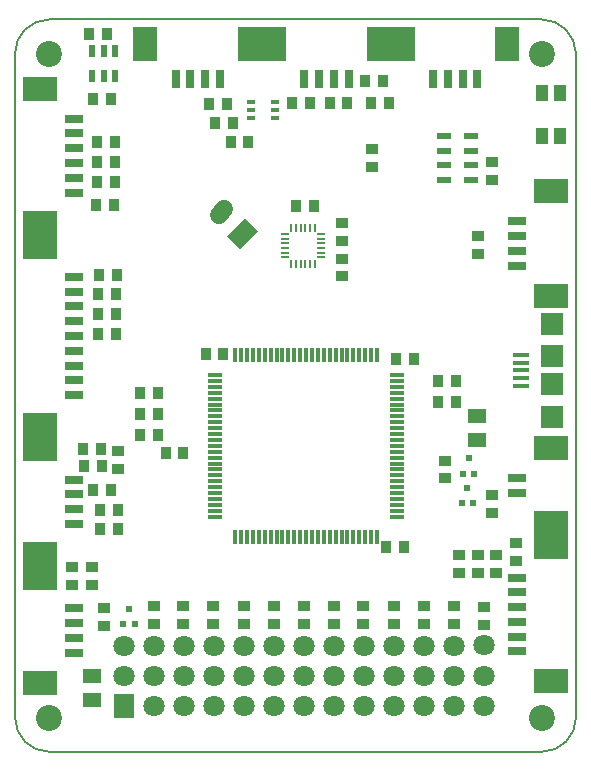
<source format=gbr>
G04 (created by PCBNEW (2013-may-18)-stable) date St 19. únor 2014, 18:08:51 CET*
%MOIN*%
G04 Gerber Fmt 3.4, Leading zero omitted, Abs format*
%FSLAX34Y34*%
G01*
G70*
G90*
G04 APERTURE LIST*
%ADD10C,0.00590551*%
%ADD11C,0.06*%
%ADD12C,0.0708661*%
%ADD13R,0.0708661X0.0787*%
%ADD14C,0.0866142*%
%ADD15R,0.0512X0.0118*%
%ADD16R,0.0118X0.0512*%
%ADD17R,0.0236X0.0394*%
%ADD18R,0.019685X0.023622*%
%ADD19R,0.0354X0.0394*%
%ADD20R,0.0394X0.0354*%
%ADD21R,0.0629921X0.0314961*%
%ADD22R,0.11811X0.0826772*%
%ADD23R,0.0826772X0.11811*%
%ADD24R,0.0314961X0.0629921*%
%ADD25R,0.0472X0.0236*%
%ADD26R,0.0747X0.0747*%
%ADD27R,0.0531X0.0157*%
%ADD28R,0.053X0.0157*%
%ADD29R,0.059X0.0472*%
%ADD30R,0.059X0.0473*%
%ADD31R,0.026X0.016*%
%ADD32O,0.00787402X0.0295276*%
%ADD33O,0.0295276X0.00787402*%
%ADD34R,0.0413386X0.0551181*%
G04 APERTURE END LIST*
G54D10*
X-196Y944D02*
G75*
G03X944Y-196I1141J0D01*
G74*
G01*
X944Y24212D02*
X17362Y24212D01*
X-196Y944D02*
X-196Y23070D01*
X17362Y-196D02*
X944Y-196D01*
X18503Y23070D02*
X18503Y944D01*
X17362Y-196D02*
G75*
G03X18503Y944I0J1141D01*
G74*
G01*
X944Y24212D02*
G75*
G03X-196Y23070I0J-1141D01*
G74*
G01*
X18503Y23070D02*
G75*
G03X17362Y24212I-1141J0D01*
G74*
G01*
G36*
X7911Y17177D02*
X7298Y16565D01*
X6874Y16989D01*
X7486Y17601D01*
X7911Y17177D01*
X7911Y17177D01*
G37*
G54D11*
X6591Y17696D02*
X6779Y17884D01*
G54D12*
X15433Y3346D03*
X15433Y2342D03*
X15433Y1338D03*
G54D13*
X3425Y1340D03*
G54D12*
X3425Y2340D03*
X4425Y1340D03*
X4425Y2340D03*
X5425Y1340D03*
X5425Y2340D03*
X6425Y1340D03*
X6425Y2340D03*
X7425Y1340D03*
X7425Y2340D03*
X8425Y1340D03*
X8425Y2340D03*
X9425Y1340D03*
X9425Y2340D03*
X10425Y1340D03*
X10425Y2340D03*
X11425Y1340D03*
X11425Y2340D03*
X12425Y1340D03*
X12425Y2340D03*
X3425Y3340D03*
X4425Y3340D03*
X5425Y3340D03*
X6425Y3340D03*
X7425Y3340D03*
X8425Y3340D03*
X9425Y3340D03*
X10425Y3340D03*
X11425Y3340D03*
X12425Y3340D03*
X13425Y1340D03*
X13425Y2340D03*
X13425Y3340D03*
X14425Y1340D03*
X14429Y2342D03*
X14425Y3340D03*
G54D14*
X944Y23070D03*
X944Y944D03*
X17362Y944D03*
X17362Y23070D03*
G54D15*
X6485Y11772D03*
X6485Y11575D03*
X6485Y11378D03*
X6485Y11181D03*
X6485Y10984D03*
X6485Y12362D03*
X6485Y12165D03*
X6485Y11969D03*
X6485Y9213D03*
X6485Y9016D03*
X6485Y8819D03*
X6485Y8622D03*
X6485Y8425D03*
X6485Y8228D03*
X6485Y8031D03*
X6485Y7835D03*
G54D16*
X8523Y6978D03*
X8720Y6978D03*
X8916Y6978D03*
X9113Y6978D03*
X9310Y6978D03*
X9507Y6978D03*
X9704Y6978D03*
X9901Y6978D03*
X11672Y6978D03*
X11869Y6978D03*
G54D15*
X12529Y7638D03*
X12529Y7835D03*
X12529Y8031D03*
X12529Y8228D03*
X12529Y8425D03*
X12529Y8622D03*
X6485Y10787D03*
X6485Y10591D03*
X6485Y10394D03*
X6485Y7638D03*
G54D16*
X7145Y6978D03*
X7342Y6978D03*
X10098Y6978D03*
X10294Y6978D03*
X10491Y6978D03*
G54D15*
X12529Y8819D03*
X12529Y9016D03*
X12529Y9213D03*
X6485Y10197D03*
X6485Y10000D03*
X6485Y9803D03*
X6485Y9606D03*
X6485Y9409D03*
G54D16*
X7538Y6978D03*
X7735Y6978D03*
X7932Y6978D03*
X8129Y6978D03*
X8326Y6978D03*
X10688Y6978D03*
X10885Y6978D03*
X11082Y6978D03*
X11279Y6978D03*
X11476Y6978D03*
G54D15*
X12529Y9409D03*
X12529Y9606D03*
X12529Y9803D03*
X12529Y10000D03*
X12529Y10197D03*
X12529Y10394D03*
X12529Y10591D03*
X12529Y10787D03*
X12529Y10984D03*
X12529Y11181D03*
X12529Y11378D03*
X12529Y11575D03*
X12529Y11772D03*
X12529Y11969D03*
X12529Y12165D03*
X12529Y12362D03*
G54D16*
X11869Y13022D03*
X11672Y13022D03*
X11476Y13022D03*
X11279Y13022D03*
X11082Y13022D03*
X10885Y13022D03*
X10688Y13022D03*
X10491Y13022D03*
X10294Y13022D03*
X10098Y13022D03*
X9901Y13022D03*
X9704Y13022D03*
X9507Y13022D03*
X9310Y13022D03*
X9113Y13022D03*
X8916Y13022D03*
X8720Y13022D03*
X8523Y13022D03*
X8326Y13022D03*
X8129Y13022D03*
X7932Y13022D03*
X7735Y13022D03*
X7538Y13022D03*
X7342Y13022D03*
X7145Y13022D03*
G54D17*
X3130Y23171D03*
X2380Y23171D03*
X2755Y23171D03*
X2380Y22339D03*
X3130Y22339D03*
X2755Y22339D03*
G54D18*
X3405Y4055D03*
X3799Y4055D03*
X3602Y4566D03*
X14688Y8094D03*
X15082Y8094D03*
X14885Y8606D03*
X14724Y9074D03*
X15118Y9074D03*
X14921Y9586D03*
G54D19*
X2420Y21574D03*
X3012Y21574D03*
X12264Y21417D03*
X11672Y21417D03*
G54D20*
X16496Y6752D03*
X16496Y6160D03*
G54D19*
X2578Y13740D03*
X3170Y13740D03*
X2578Y14409D03*
X3170Y14409D03*
X2538Y18779D03*
X3130Y18779D03*
X2499Y18031D03*
X3091Y18031D03*
G54D20*
X14133Y9508D03*
X14133Y8916D03*
X4429Y4054D03*
X4429Y4646D03*
X14429Y4054D03*
X14429Y4646D03*
X13425Y4054D03*
X13425Y4646D03*
X12421Y4054D03*
X12421Y4646D03*
X10433Y4054D03*
X10433Y4646D03*
X11417Y4054D03*
X11417Y4646D03*
X9429Y4054D03*
X9429Y4646D03*
X8425Y4054D03*
X8425Y4646D03*
X7421Y4054D03*
X7421Y4646D03*
X6417Y4054D03*
X6417Y4646D03*
X5413Y4054D03*
X5413Y4646D03*
G54D19*
X10294Y21417D03*
X10886Y21417D03*
X2578Y15078D03*
X3170Y15078D03*
X2617Y15708D03*
X3209Y15708D03*
G54D20*
X14606Y6358D03*
X14606Y5766D03*
X15236Y6358D03*
X15236Y5766D03*
X15826Y6358D03*
X15826Y5766D03*
X2775Y4587D03*
X2775Y3995D03*
G54D19*
X9034Y21417D03*
X9626Y21417D03*
G54D20*
X15433Y4034D03*
X15433Y4626D03*
G54D19*
X2538Y19448D03*
X3130Y19448D03*
X2538Y20118D03*
X3130Y20118D03*
G54D20*
X15712Y7766D03*
X15712Y8358D03*
G54D19*
X2105Y9330D03*
X2697Y9330D03*
X3229Y7874D03*
X2637Y7874D03*
X2420Y8523D03*
X3012Y8523D03*
G54D20*
X3248Y9823D03*
X3248Y9231D03*
X1692Y5373D03*
X1692Y5965D03*
X2362Y5373D03*
X2362Y5965D03*
G54D19*
X14508Y11456D03*
X13916Y11456D03*
X14508Y12165D03*
X13916Y12165D03*
G54D21*
X1771Y15629D03*
X1771Y15137D03*
X1771Y14645D03*
X1771Y14153D03*
X1771Y13661D03*
X1771Y13169D03*
X1771Y12677D03*
X1771Y12185D03*
X1771Y11692D03*
G54D22*
X629Y16633D03*
X629Y10688D03*
X629Y21909D03*
X629Y17440D03*
G54D21*
X1771Y20905D03*
X1771Y20413D03*
X1771Y19921D03*
X1771Y19429D03*
X1771Y18937D03*
X1771Y18444D03*
G54D22*
X17677Y2145D03*
X17677Y6614D03*
G54D21*
X16535Y3149D03*
X16535Y3641D03*
X16535Y4133D03*
X16535Y4625D03*
X16535Y5118D03*
X16535Y5610D03*
G54D22*
X17677Y15000D03*
X17677Y18484D03*
G54D21*
X16535Y16003D03*
X16535Y16496D03*
X16535Y16988D03*
X16535Y17480D03*
G54D23*
X16220Y23385D03*
X12736Y23385D03*
G54D24*
X15216Y22244D03*
X14724Y22244D03*
X14232Y22244D03*
X13740Y22244D03*
G54D22*
X629Y9881D03*
X629Y6397D03*
G54D21*
X1771Y8877D03*
X1771Y8385D03*
X1771Y7893D03*
X1771Y7401D03*
G54D22*
X629Y5590D03*
X629Y2106D03*
G54D21*
X1771Y4586D03*
X1771Y4094D03*
X1771Y3602D03*
X1771Y3110D03*
G54D23*
X11929Y23385D03*
X8444Y23385D03*
G54D24*
X10925Y22244D03*
X10433Y22244D03*
X9940Y22244D03*
X9448Y22244D03*
G54D23*
X7637Y23385D03*
X4153Y23385D03*
G54D24*
X6633Y22244D03*
X6141Y22244D03*
X5649Y22244D03*
X5157Y22244D03*
G54D21*
X16535Y8444D03*
X16535Y8937D03*
G54D22*
X17677Y7440D03*
X17677Y9940D03*
G54D25*
X15018Y18858D03*
X15018Y19350D03*
X15018Y19842D03*
X15018Y20334D03*
X14112Y20334D03*
X14112Y19842D03*
X14112Y19350D03*
X14112Y18858D03*
G54D26*
X17716Y12047D03*
X17716Y12991D03*
X17716Y14074D03*
X17716Y10964D03*
G54D27*
X16663Y12007D03*
G54D28*
X16663Y12264D03*
X16663Y12519D03*
X16663Y12774D03*
X16663Y13031D03*
G54D29*
X2362Y2323D03*
G54D30*
X2362Y1535D03*
G54D29*
X15212Y10192D03*
G54D30*
X15212Y10980D03*
G54D20*
X10692Y16833D03*
X10692Y17425D03*
X15708Y18877D03*
X15708Y19469D03*
G54D19*
X2085Y9881D03*
X2677Y9881D03*
X9756Y17992D03*
X9164Y17992D03*
X12184Y6633D03*
X12776Y6633D03*
X2263Y23740D03*
X2855Y23740D03*
X4822Y9763D03*
X5414Y9763D03*
X6752Y13051D03*
X6160Y13051D03*
X12499Y12893D03*
X13091Y12893D03*
X3229Y7224D03*
X2637Y7224D03*
X11475Y22165D03*
X12067Y22165D03*
G54D20*
X15228Y16389D03*
X15228Y16981D03*
G54D19*
X3979Y11751D03*
X4571Y11751D03*
X3975Y11066D03*
X4567Y11066D03*
X3987Y10370D03*
X4579Y10370D03*
G54D31*
X7670Y21452D03*
X7670Y20932D03*
X7670Y21192D03*
X8470Y20932D03*
X8470Y21452D03*
X8470Y21192D03*
G54D19*
X6855Y21409D03*
X6263Y21409D03*
X6995Y20141D03*
X7587Y20141D03*
X7063Y20767D03*
X6471Y20767D03*
G54D20*
X10704Y16240D03*
X10704Y15648D03*
G54D32*
X9011Y16070D03*
X9169Y16070D03*
X9326Y16070D03*
X9484Y16070D03*
X9641Y16070D03*
X9799Y16070D03*
G54D33*
X10007Y16279D03*
X10007Y16437D03*
X10007Y16594D03*
X10007Y16751D03*
X10007Y16909D03*
X10007Y17066D03*
G54D32*
X9799Y17275D03*
X9641Y17275D03*
X9484Y17275D03*
X9326Y17275D03*
X9169Y17275D03*
X9011Y17275D03*
G54D33*
X8803Y17066D03*
X8803Y16909D03*
X8803Y16751D03*
X8803Y16594D03*
X8803Y16437D03*
X8803Y16279D03*
G54D20*
X11704Y19290D03*
X11704Y19882D03*
G54D34*
X17972Y21748D03*
X17972Y20330D03*
X17381Y21748D03*
X17381Y20330D03*
M02*

</source>
